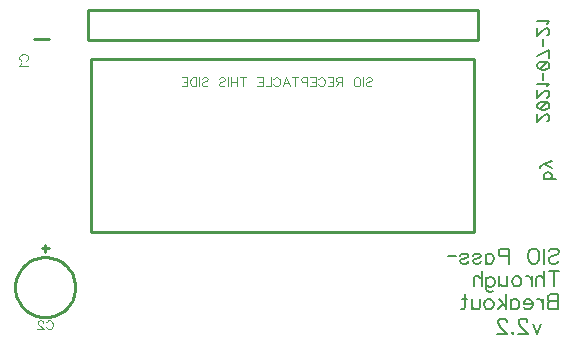
<source format=gbr>
G04 This is an RS-274x file exported by *
G04 gerbv version 2.6.1 *
G04 More information is available about gerbv at *
G04 http://gerbv.geda-project.org/ *
G04 --End of header info--*
%MOIN*%
%FSLAX34Y34*%
%IPPOS*%
G04 --Define apertures--*
%ADD10C,0.0098*%
%ADD11C,0.0046*%
%ADD12C,0.0062*%
%ADD13C,0.0077*%
G04 --Start main section--*
G54D10*
G01X0005818Y0014601D02*
G01X0005306Y0014601D01*
G01X0005805Y0007611D02*
G01X0005569Y0007611D01*
G01X0005687Y0007729D02*
G01X0005687Y0007493D01*
G01X0004687Y0006312D02*
G01X0004689Y0006381D01*
G01X0004689Y0006381D02*
G01X0004697Y0006451D01*
G01X0004697Y0006451D02*
G01X0004709Y0006520D01*
G01X0004709Y0006520D02*
G01X0004726Y0006587D01*
G01X0004726Y0006587D02*
G01X0004747Y0006654D01*
G01X0004747Y0006654D02*
G01X0004773Y0006718D01*
G01X0004773Y0006718D02*
G01X0004804Y0006781D01*
G01X0004804Y0006781D02*
G01X0004839Y0006841D01*
G01X0004839Y0006841D02*
G01X0004878Y0006899D01*
G01X0004878Y0006899D02*
G01X0004921Y0006954D01*
G01X0004921Y0006954D02*
G01X0004968Y0007006D01*
G01X0004968Y0007006D02*
G01X0005018Y0007055D01*
G01X0005018Y0007055D02*
G01X0005071Y0007099D01*
G01X0005071Y0007099D02*
G01X0005128Y0007140D01*
G01X0005128Y0007140D02*
G01X0005187Y0007177D01*
G01X0005187Y0007177D02*
G01X0005249Y0007210D01*
G01X0005249Y0007210D02*
G01X0005312Y0007239D01*
G01X0005312Y0007239D02*
G01X0005378Y0007262D01*
G01X0005378Y0007262D02*
G01X0005445Y0007282D01*
G01X0005445Y0007282D02*
G01X0005513Y0007296D01*
G01X0005513Y0007296D02*
G01X0005582Y0007306D01*
G01X0005582Y0007306D02*
G01X0005652Y0007311D01*
G01X0005652Y0007311D02*
G01X0005722Y0007311D01*
G01X0005722Y0007311D02*
G01X0005791Y0007306D01*
G01X0005791Y0007306D02*
G01X0005861Y0007296D01*
G01X0005861Y0007296D02*
G01X0005929Y0007282D01*
G01X0005929Y0007282D02*
G01X0005996Y0007262D01*
G01X0005996Y0007262D02*
G01X0006062Y0007239D01*
G01X0006062Y0007239D02*
G01X0006125Y0007210D01*
G01X0006125Y0007210D02*
G01X0006187Y0007177D01*
G01X0006187Y0007177D02*
G01X0006246Y0007140D01*
G01X0006246Y0007140D02*
G01X0006303Y0007099D01*
G01X0006303Y0007099D02*
G01X0006356Y0007055D01*
G01X0006356Y0007055D02*
G01X0006406Y0007006D01*
G01X0006406Y0007006D02*
G01X0006453Y0006954D01*
G01X0006453Y0006954D02*
G01X0006496Y0006899D01*
G01X0006496Y0006899D02*
G01X0006535Y0006841D01*
G01X0006535Y0006841D02*
G01X0006570Y0006781D01*
G01X0006570Y0006781D02*
G01X0006600Y0006718D01*
G01X0006600Y0006718D02*
G01X0006627Y0006654D01*
G01X0006627Y0006654D02*
G01X0006648Y0006587D01*
G01X0006648Y0006587D02*
G01X0006665Y0006520D01*
G01X0006665Y0006520D02*
G01X0006677Y0006451D01*
G01X0006677Y0006451D02*
G01X0006684Y0006381D01*
G01X0006684Y0006381D02*
G01X0006687Y0006312D01*
G01X0006687Y0006312D02*
G01X0006684Y0006242D01*
G01X0006684Y0006242D02*
G01X0006677Y0006173D01*
G01X0006677Y0006173D02*
G01X0006665Y0006104D01*
G01X0006665Y0006104D02*
G01X0006648Y0006036D01*
G01X0006648Y0006036D02*
G01X0006627Y0005970D01*
G01X0006627Y0005970D02*
G01X0006600Y0005905D01*
G01X0006600Y0005905D02*
G01X0006570Y0005842D01*
G01X0006570Y0005842D02*
G01X0006535Y0005782D01*
G01X0006535Y0005782D02*
G01X0006496Y0005724D01*
G01X0006496Y0005724D02*
G01X0006453Y0005669D01*
G01X0006453Y0005669D02*
G01X0006406Y0005617D01*
G01X0006406Y0005617D02*
G01X0006356Y0005569D01*
G01X0006356Y0005569D02*
G01X0006303Y0005524D01*
G01X0006303Y0005524D02*
G01X0006246Y0005483D01*
G01X0006246Y0005483D02*
G01X0006187Y0005446D01*
G01X0006187Y0005446D02*
G01X0006125Y0005413D01*
G01X0006125Y0005413D02*
G01X0006062Y0005385D01*
G01X0006062Y0005385D02*
G01X0005996Y0005361D01*
G01X0005996Y0005361D02*
G01X0005929Y0005342D01*
G01X0005929Y0005342D02*
G01X0005861Y0005327D01*
G01X0005861Y0005327D02*
G01X0005791Y0005318D01*
G01X0005791Y0005318D02*
G01X0005722Y0005313D01*
G01X0005722Y0005313D02*
G01X0005652Y0005313D01*
G01X0005652Y0005313D02*
G01X0005582Y0005318D01*
G01X0005582Y0005318D02*
G01X0005513Y0005327D01*
G01X0005513Y0005327D02*
G01X0005445Y0005342D01*
G01X0005445Y0005342D02*
G01X0005378Y0005361D01*
G01X0005378Y0005361D02*
G01X0005312Y0005385D01*
G01X0005312Y0005385D02*
G01X0005249Y0005413D01*
G01X0005249Y0005413D02*
G01X0005187Y0005446D01*
G01X0005187Y0005446D02*
G01X0005128Y0005483D01*
G01X0005128Y0005483D02*
G01X0005071Y0005524D01*
G01X0005071Y0005524D02*
G01X0005018Y0005569D01*
G01X0005018Y0005569D02*
G01X0004968Y0005617D01*
G01X0004968Y0005617D02*
G01X0004921Y0005669D01*
G01X0004921Y0005669D02*
G01X0004878Y0005724D01*
G01X0004878Y0005724D02*
G01X0004839Y0005782D01*
G01X0004839Y0005782D02*
G01X0004804Y0005842D01*
G01X0004804Y0005842D02*
G01X0004773Y0005905D01*
G01X0004773Y0005905D02*
G01X0004747Y0005970D01*
G01X0004747Y0005970D02*
G01X0004726Y0006036D01*
G01X0004726Y0006036D02*
G01X0004709Y0006104D01*
G01X0004709Y0006104D02*
G01X0004697Y0006173D01*
G01X0004697Y0006173D02*
G01X0004689Y0006242D01*
G01X0004689Y0006242D02*
G01X0004687Y0006312D01*
G01X0019982Y0013914D02*
G01X0007232Y0013914D01*
G01X0007232Y0013914D02*
G01X0007232Y0008164D01*
G01X0007232Y0008164D02*
G01X0019982Y0008164D01*
G01X0019982Y0008164D02*
G01X0019982Y0013914D01*
G01X0020125Y0015562D02*
G01X0007124Y0015562D01*
G01X0007124Y0015562D02*
G01X0007124Y0014562D01*
G01X0007124Y0014562D02*
G01X0020125Y0014562D01*
G01X0020125Y0014562D02*
G01X0020125Y0015562D01*
G54D11*
G01X0004899Y0013867D02*
G01X0004870Y0013881D01*
G01X0004870Y0013881D02*
G01X0004842Y0013910D01*
G01X0004842Y0013910D02*
G01X0004827Y0013938D01*
G01X0004827Y0013938D02*
G01X0004827Y0013996D01*
G01X0004827Y0013996D02*
G01X0004842Y0014024D01*
G01X0004842Y0014024D02*
G01X0004870Y0014053D01*
G01X0004870Y0014053D02*
G01X0004899Y0014067D01*
G01X0004899Y0014067D02*
G01X0004942Y0014082D01*
G01X0004942Y0014082D02*
G01X0005014Y0014082D01*
G01X0005014Y0014082D02*
G01X0005057Y0014067D01*
G01X0005057Y0014067D02*
G01X0005086Y0014053D01*
G01X0005086Y0014053D02*
G01X0005114Y0014024D01*
G01X0005114Y0014024D02*
G01X0005129Y0013996D01*
G01X0005129Y0013996D02*
G01X0005129Y0013938D01*
G01X0005129Y0013938D02*
G01X0005114Y0013910D01*
G01X0005114Y0013910D02*
G01X0005086Y0013881D01*
G01X0005086Y0013881D02*
G01X0005057Y0013867D01*
G01X0004885Y0013774D02*
G01X0004870Y0013745D01*
G01X0004870Y0013745D02*
G01X0004828Y0013702D01*
G01X0004828Y0013702D02*
G01X0005129Y0013702D01*
G01X0005726Y0005139D02*
G01X0005740Y0005167D01*
G01X0005740Y0005167D02*
G01X0005769Y0005196D01*
G01X0005769Y0005196D02*
G01X0005798Y0005210D01*
G01X0005798Y0005210D02*
G01X0005855Y0005210D01*
G01X0005855Y0005210D02*
G01X0005884Y0005196D01*
G01X0005884Y0005196D02*
G01X0005912Y0005167D01*
G01X0005912Y0005167D02*
G01X0005927Y0005139D01*
G01X0005927Y0005139D02*
G01X0005941Y0005096D01*
G01X0005941Y0005096D02*
G01X0005941Y0005024D01*
G01X0005941Y0005024D02*
G01X0005927Y0004981D01*
G01X0005927Y0004981D02*
G01X0005912Y0004952D01*
G01X0005912Y0004952D02*
G01X0005884Y0004923D01*
G01X0005884Y0004923D02*
G01X0005855Y0004909D01*
G01X0005855Y0004909D02*
G01X0005798Y0004909D01*
G01X0005798Y0004909D02*
G01X0005769Y0004923D01*
G01X0005769Y0004923D02*
G01X0005740Y0004952D01*
G01X0005740Y0004952D02*
G01X0005726Y0004981D01*
G01X0005619Y0005138D02*
G01X0005619Y0005153D01*
G01X0005619Y0005153D02*
G01X0005605Y0005181D01*
G01X0005605Y0005181D02*
G01X0005590Y0005196D01*
G01X0005590Y0005196D02*
G01X0005561Y0005210D01*
G01X0005561Y0005210D02*
G01X0005504Y0005210D01*
G01X0005504Y0005210D02*
G01X0005476Y0005196D01*
G01X0005476Y0005196D02*
G01X0005461Y0005181D01*
G01X0005461Y0005181D02*
G01X0005447Y0005153D01*
G01X0005447Y0005153D02*
G01X0005447Y0005124D01*
G01X0005447Y0005124D02*
G01X0005461Y0005095D01*
G01X0005461Y0005095D02*
G01X0005490Y0005052D01*
G01X0005490Y0005052D02*
G01X0005633Y0004909D01*
G01X0005633Y0004909D02*
G01X0005432Y0004909D01*
G54D12*
G01X0022402Y0011851D02*
G01X0022421Y0011851D01*
G01X0022421Y0011851D02*
G01X0022459Y0011870D01*
G01X0022459Y0011870D02*
G01X0022478Y0011889D01*
G01X0022478Y0011889D02*
G01X0022497Y0011928D01*
G01X0022497Y0011928D02*
G01X0022497Y0012004D01*
G01X0022497Y0012004D02*
G01X0022478Y0012042D01*
G01X0022478Y0012042D02*
G01X0022459Y0012061D01*
G01X0022459Y0012061D02*
G01X0022421Y0012081D01*
G01X0022421Y0012081D02*
G01X0022383Y0012081D01*
G01X0022383Y0012081D02*
G01X0022344Y0012061D01*
G01X0022344Y0012061D02*
G01X0022287Y0012023D01*
G01X0022287Y0012023D02*
G01X0022096Y0011832D01*
G01X0022096Y0011832D02*
G01X0022096Y0012100D01*
G01X0022497Y0012338D02*
G01X0022478Y0012281D01*
G01X0022478Y0012281D02*
G01X0022421Y0012242D01*
G01X0022421Y0012242D02*
G01X0022325Y0012223D01*
G01X0022325Y0012223D02*
G01X0022268Y0012223D01*
G01X0022268Y0012223D02*
G01X0022172Y0012242D01*
G01X0022172Y0012242D02*
G01X0022115Y0012281D01*
G01X0022115Y0012281D02*
G01X0022096Y0012338D01*
G01X0022096Y0012338D02*
G01X0022096Y0012376D01*
G01X0022096Y0012376D02*
G01X0022115Y0012434D01*
G01X0022115Y0012434D02*
G01X0022172Y0012472D01*
G01X0022172Y0012472D02*
G01X0022268Y0012491D01*
G01X0022268Y0012491D02*
G01X0022325Y0012491D01*
G01X0022325Y0012491D02*
G01X0022421Y0012472D01*
G01X0022421Y0012472D02*
G01X0022478Y0012434D01*
G01X0022478Y0012434D02*
G01X0022497Y0012376D01*
G01X0022497Y0012376D02*
G01X0022497Y0012338D01*
G01X0022421Y0012472D02*
G01X0022172Y0012242D01*
G01X0022402Y0012634D02*
G01X0022421Y0012634D01*
G01X0022421Y0012634D02*
G01X0022459Y0012653D01*
G01X0022459Y0012653D02*
G01X0022478Y0012672D01*
G01X0022478Y0012672D02*
G01X0022497Y0012710D01*
G01X0022497Y0012710D02*
G01X0022497Y0012787D01*
G01X0022497Y0012787D02*
G01X0022478Y0012825D01*
G01X0022478Y0012825D02*
G01X0022459Y0012844D01*
G01X0022459Y0012844D02*
G01X0022421Y0012863D01*
G01X0022421Y0012863D02*
G01X0022383Y0012863D01*
G01X0022383Y0012863D02*
G01X0022344Y0012844D01*
G01X0022344Y0012844D02*
G01X0022287Y0012806D01*
G01X0022287Y0012806D02*
G01X0022096Y0012615D01*
G01X0022096Y0012615D02*
G01X0022096Y0012882D01*
G01X0022421Y0013006D02*
G01X0022440Y0013044D01*
G01X0022440Y0013044D02*
G01X0022497Y0013102D01*
G01X0022497Y0013102D02*
G01X0022096Y0013102D01*
G01X0022297Y0013225D02*
G01X0022297Y0013447D01*
G01X0022497Y0013685D02*
G01X0022478Y0013628D01*
G01X0022478Y0013628D02*
G01X0022421Y0013589D01*
G01X0022421Y0013589D02*
G01X0022325Y0013570D01*
G01X0022325Y0013570D02*
G01X0022268Y0013570D01*
G01X0022268Y0013570D02*
G01X0022172Y0013589D01*
G01X0022172Y0013589D02*
G01X0022115Y0013628D01*
G01X0022115Y0013628D02*
G01X0022096Y0013685D01*
G01X0022096Y0013685D02*
G01X0022096Y0013723D01*
G01X0022096Y0013723D02*
G01X0022115Y0013780D01*
G01X0022115Y0013780D02*
G01X0022172Y0013819D01*
G01X0022172Y0013819D02*
G01X0022268Y0013838D01*
G01X0022268Y0013838D02*
G01X0022325Y0013838D01*
G01X0022325Y0013838D02*
G01X0022421Y0013819D01*
G01X0022421Y0013819D02*
G01X0022478Y0013780D01*
G01X0022478Y0013780D02*
G01X0022497Y0013723D01*
G01X0022497Y0013723D02*
G01X0022497Y0013685D01*
G01X0022421Y0013819D02*
G01X0022172Y0013589D01*
G01X0022096Y0014038D02*
G01X0022497Y0014229D01*
G01X0022497Y0014229D02*
G01X0022497Y0013961D01*
G01X0022297Y0014353D02*
G01X0022297Y0014574D01*
G01X0022402Y0014717D02*
G01X0022421Y0014717D01*
G01X0022421Y0014717D02*
G01X0022459Y0014736D01*
G01X0022459Y0014736D02*
G01X0022478Y0014755D01*
G01X0022478Y0014755D02*
G01X0022497Y0014793D01*
G01X0022497Y0014793D02*
G01X0022497Y0014870D01*
G01X0022497Y0014870D02*
G01X0022478Y0014908D01*
G01X0022478Y0014908D02*
G01X0022459Y0014927D01*
G01X0022459Y0014927D02*
G01X0022421Y0014946D01*
G01X0022421Y0014946D02*
G01X0022383Y0014946D01*
G01X0022383Y0014946D02*
G01X0022344Y0014927D01*
G01X0022344Y0014927D02*
G01X0022287Y0014889D01*
G01X0022287Y0014889D02*
G01X0022096Y0014698D01*
G01X0022096Y0014698D02*
G01X0022096Y0014965D01*
G01X0022421Y0015089D02*
G01X0022440Y0015127D01*
G01X0022440Y0015127D02*
G01X0022497Y0015185D01*
G01X0022497Y0015185D02*
G01X0022096Y0015185D01*
G01X0022712Y0009924D02*
G01X0022310Y0009924D01*
G01X0022520Y0009924D02*
G01X0022559Y0009962D01*
G01X0022559Y0009962D02*
G01X0022578Y0010000D01*
G01X0022578Y0010000D02*
G01X0022578Y0010058D01*
G01X0022578Y0010058D02*
G01X0022559Y0010096D01*
G01X0022559Y0010096D02*
G01X0022520Y0010134D01*
G01X0022520Y0010134D02*
G01X0022463Y0010153D01*
G01X0022463Y0010153D02*
G01X0022425Y0010153D01*
G01X0022425Y0010153D02*
G01X0022367Y0010134D01*
G01X0022367Y0010134D02*
G01X0022329Y0010096D01*
G01X0022329Y0010096D02*
G01X0022310Y0010058D01*
G01X0022310Y0010058D02*
G01X0022310Y0010000D01*
G01X0022310Y0010000D02*
G01X0022329Y0009962D01*
G01X0022329Y0009962D02*
G01X0022367Y0009924D01*
G01X0022578Y0010296D02*
G01X0022310Y0010411D01*
G01X0022310Y0010411D02*
G01X0022233Y0010373D01*
G01X0022233Y0010373D02*
G01X0022195Y0010334D01*
G01X0022195Y0010334D02*
G01X0022176Y0010296D01*
G01X0022176Y0010296D02*
G01X0022176Y0010277D01*
G01X0022578Y0010526D02*
G01X0022310Y0010411D01*
G54D13*
G01X0022474Y0007531D02*
G01X0022521Y0007579D01*
G01X0022521Y0007579D02*
G01X0022593Y0007603D01*
G01X0022593Y0007603D02*
G01X0022689Y0007603D01*
G01X0022689Y0007603D02*
G01X0022761Y0007579D01*
G01X0022761Y0007579D02*
G01X0022809Y0007531D01*
G01X0022809Y0007531D02*
G01X0022809Y0007484D01*
G01X0022809Y0007484D02*
G01X0022784Y0007436D01*
G01X0022784Y0007436D02*
G01X0022761Y0007412D01*
G01X0022761Y0007412D02*
G01X0022713Y0007388D01*
G01X0022713Y0007388D02*
G01X0022569Y0007340D01*
G01X0022569Y0007340D02*
G01X0022521Y0007316D01*
G01X0022521Y0007316D02*
G01X0022498Y0007292D01*
G01X0022498Y0007292D02*
G01X0022474Y0007244D01*
G01X0022474Y0007244D02*
G01X0022474Y0007173D01*
G01X0022474Y0007173D02*
G01X0022521Y0007125D01*
G01X0022521Y0007125D02*
G01X0022593Y0007101D01*
G01X0022593Y0007101D02*
G01X0022689Y0007101D01*
G01X0022689Y0007101D02*
G01X0022761Y0007125D01*
G01X0022761Y0007125D02*
G01X0022809Y0007173D01*
G01X0022319Y0007603D02*
G01X0022319Y0007101D01*
G01X0022021Y0007603D02*
G01X0022069Y0007579D01*
G01X0022069Y0007579D02*
G01X0022117Y0007531D01*
G01X0022117Y0007531D02*
G01X0022141Y0007484D01*
G01X0022141Y0007484D02*
G01X0022165Y0007412D01*
G01X0022165Y0007412D02*
G01X0022165Y0007292D01*
G01X0022165Y0007292D02*
G01X0022141Y0007221D01*
G01X0022141Y0007221D02*
G01X0022117Y0007173D01*
G01X0022117Y0007173D02*
G01X0022069Y0007125D01*
G01X0022069Y0007125D02*
G01X0022021Y0007101D01*
G01X0022021Y0007101D02*
G01X0021926Y0007101D01*
G01X0021926Y0007101D02*
G01X0021878Y0007125D01*
G01X0021878Y0007125D02*
G01X0021830Y0007173D01*
G01X0021830Y0007173D02*
G01X0021806Y0007221D01*
G01X0021806Y0007221D02*
G01X0021783Y0007292D01*
G01X0021783Y0007292D02*
G01X0021783Y0007412D01*
G01X0021783Y0007412D02*
G01X0021806Y0007484D01*
G01X0021806Y0007484D02*
G01X0021830Y0007531D01*
G01X0021830Y0007531D02*
G01X0021878Y0007579D01*
G01X0021878Y0007579D02*
G01X0021926Y0007603D01*
G01X0021926Y0007603D02*
G01X0022021Y0007603D01*
G01X0021142Y0007340D02*
G01X0020927Y0007340D01*
G01X0020927Y0007340D02*
G01X0020855Y0007364D01*
G01X0020855Y0007364D02*
G01X0020831Y0007388D01*
G01X0020831Y0007388D02*
G01X0020807Y0007436D01*
G01X0020807Y0007436D02*
G01X0020807Y0007508D01*
G01X0020807Y0007508D02*
G01X0020831Y0007555D01*
G01X0020831Y0007555D02*
G01X0020855Y0007579D01*
G01X0020855Y0007579D02*
G01X0020927Y0007603D01*
G01X0020927Y0007603D02*
G01X0021142Y0007603D01*
G01X0021142Y0007603D02*
G01X0021142Y0007101D01*
G01X0020366Y0007436D02*
G01X0020366Y0007101D01*
G01X0020366Y0007364D02*
G01X0020414Y0007412D01*
G01X0020414Y0007412D02*
G01X0020462Y0007436D01*
G01X0020462Y0007436D02*
G01X0020533Y0007436D01*
G01X0020533Y0007436D02*
G01X0020581Y0007412D01*
G01X0020581Y0007412D02*
G01X0020629Y0007364D01*
G01X0020629Y0007364D02*
G01X0020653Y0007292D01*
G01X0020653Y0007292D02*
G01X0020653Y0007244D01*
G01X0020653Y0007244D02*
G01X0020629Y0007173D01*
G01X0020629Y0007173D02*
G01X0020581Y0007125D01*
G01X0020581Y0007125D02*
G01X0020533Y0007101D01*
G01X0020533Y0007101D02*
G01X0020462Y0007101D01*
G01X0020462Y0007101D02*
G01X0020414Y0007125D01*
G01X0020414Y0007125D02*
G01X0020366Y0007173D01*
G01X0019949Y0007364D02*
G01X0019972Y0007412D01*
G01X0019972Y0007412D02*
G01X0020044Y0007436D01*
G01X0020044Y0007436D02*
G01X0020116Y0007436D01*
G01X0020116Y0007436D02*
G01X0020188Y0007412D01*
G01X0020188Y0007412D02*
G01X0020212Y0007364D01*
G01X0020212Y0007364D02*
G01X0020188Y0007316D01*
G01X0020188Y0007316D02*
G01X0020140Y0007292D01*
G01X0020140Y0007292D02*
G01X0020020Y0007268D01*
G01X0020020Y0007268D02*
G01X0019972Y0007244D01*
G01X0019972Y0007244D02*
G01X0019949Y0007196D01*
G01X0019949Y0007196D02*
G01X0019949Y0007173D01*
G01X0019949Y0007173D02*
G01X0019972Y0007125D01*
G01X0019972Y0007125D02*
G01X0020044Y0007101D01*
G01X0020044Y0007101D02*
G01X0020116Y0007101D01*
G01X0020116Y0007101D02*
G01X0020188Y0007125D01*
G01X0020188Y0007125D02*
G01X0020212Y0007173D01*
G01X0019531Y0007364D02*
G01X0019555Y0007412D01*
G01X0019555Y0007412D02*
G01X0019627Y0007436D01*
G01X0019627Y0007436D02*
G01X0019699Y0007436D01*
G01X0019699Y0007436D02*
G01X0019770Y0007412D01*
G01X0019770Y0007412D02*
G01X0019794Y0007364D01*
G01X0019794Y0007364D02*
G01X0019770Y0007316D01*
G01X0019770Y0007316D02*
G01X0019722Y0007292D01*
G01X0019722Y0007292D02*
G01X0019603Y0007268D01*
G01X0019603Y0007268D02*
G01X0019555Y0007244D01*
G01X0019555Y0007244D02*
G01X0019531Y0007196D01*
G01X0019531Y0007196D02*
G01X0019531Y0007173D01*
G01X0019531Y0007173D02*
G01X0019555Y0007125D01*
G01X0019555Y0007125D02*
G01X0019627Y0007101D01*
G01X0019627Y0007101D02*
G01X0019699Y0007101D01*
G01X0019699Y0007101D02*
G01X0019770Y0007125D01*
G01X0019770Y0007125D02*
G01X0019794Y0007173D01*
G01X0019377Y0007352D02*
G01X0019100Y0007352D01*
G01X0022646Y0006844D02*
G01X0022646Y0006342D01*
G01X0022813Y0006844D02*
G01X0022478Y0006844D01*
G01X0022324Y0006844D02*
G01X0022324Y0006342D01*
G01X0022324Y0006581D02*
G01X0022252Y0006653D01*
G01X0022252Y0006653D02*
G01X0022204Y0006676D01*
G01X0022204Y0006676D02*
G01X0022132Y0006676D01*
G01X0022132Y0006676D02*
G01X0022084Y0006653D01*
G01X0022084Y0006653D02*
G01X0022061Y0006581D01*
G01X0022061Y0006581D02*
G01X0022061Y0006342D01*
G01X0021906Y0006676D02*
G01X0021906Y0006342D01*
G01X0021906Y0006533D02*
G01X0021882Y0006605D01*
G01X0021882Y0006605D02*
G01X0021834Y0006653D01*
G01X0021834Y0006653D02*
G01X0021786Y0006676D01*
G01X0021786Y0006676D02*
G01X0021714Y0006676D01*
G01X0021441Y0006676D02*
G01X0021488Y0006653D01*
G01X0021488Y0006653D02*
G01X0021536Y0006605D01*
G01X0021536Y0006605D02*
G01X0021560Y0006533D01*
G01X0021560Y0006533D02*
G01X0021560Y0006485D01*
G01X0021560Y0006485D02*
G01X0021536Y0006413D01*
G01X0021536Y0006413D02*
G01X0021488Y0006366D01*
G01X0021488Y0006366D02*
G01X0021441Y0006342D01*
G01X0021441Y0006342D02*
G01X0021369Y0006342D01*
G01X0021369Y0006342D02*
G01X0021321Y0006366D01*
G01X0021321Y0006366D02*
G01X0021273Y0006413D01*
G01X0021273Y0006413D02*
G01X0021249Y0006485D01*
G01X0021249Y0006485D02*
G01X0021249Y0006533D01*
G01X0021249Y0006533D02*
G01X0021273Y0006605D01*
G01X0021273Y0006605D02*
G01X0021321Y0006653D01*
G01X0021321Y0006653D02*
G01X0021369Y0006676D01*
G01X0021369Y0006676D02*
G01X0021441Y0006676D01*
G01X0021095Y0006676D02*
G01X0021095Y0006437D01*
G01X0021095Y0006437D02*
G01X0021071Y0006366D01*
G01X0021071Y0006366D02*
G01X0021023Y0006342D01*
G01X0021023Y0006342D02*
G01X0020951Y0006342D01*
G01X0020951Y0006342D02*
G01X0020903Y0006366D01*
G01X0020903Y0006366D02*
G01X0020831Y0006437D01*
G01X0020831Y0006676D02*
G01X0020831Y0006342D01*
G01X0020390Y0006653D02*
G01X0020390Y0006270D01*
G01X0020390Y0006270D02*
G01X0020414Y0006198D01*
G01X0020414Y0006198D02*
G01X0020438Y0006174D01*
G01X0020438Y0006174D02*
G01X0020486Y0006150D01*
G01X0020486Y0006150D02*
G01X0020558Y0006150D01*
G01X0020558Y0006150D02*
G01X0020605Y0006174D01*
G01X0020390Y0006581D02*
G01X0020438Y0006628D01*
G01X0020438Y0006628D02*
G01X0020486Y0006653D01*
G01X0020486Y0006653D02*
G01X0020558Y0006653D01*
G01X0020558Y0006653D02*
G01X0020605Y0006628D01*
G01X0020605Y0006628D02*
G01X0020653Y0006581D01*
G01X0020653Y0006581D02*
G01X0020677Y0006509D01*
G01X0020677Y0006509D02*
G01X0020677Y0006461D01*
G01X0020677Y0006461D02*
G01X0020653Y0006390D01*
G01X0020653Y0006390D02*
G01X0020605Y0006342D01*
G01X0020605Y0006342D02*
G01X0020558Y0006318D01*
G01X0020558Y0006318D02*
G01X0020486Y0006318D01*
G01X0020486Y0006318D02*
G01X0020438Y0006342D01*
G01X0020438Y0006342D02*
G01X0020390Y0006390D01*
G01X0020236Y0006844D02*
G01X0020236Y0006342D01*
G01X0020236Y0006581D02*
G01X0020164Y0006653D01*
G01X0020164Y0006653D02*
G01X0020116Y0006676D01*
G01X0020116Y0006676D02*
G01X0020044Y0006676D01*
G01X0020044Y0006676D02*
G01X0019996Y0006653D01*
G01X0019996Y0006653D02*
G01X0019973Y0006581D01*
G01X0019973Y0006581D02*
G01X0019973Y0006342D01*
G01X0022769Y0006078D02*
G01X0022769Y0005575D01*
G01X0022769Y0005575D02*
G01X0022553Y0005575D01*
G01X0022553Y0005575D02*
G01X0022481Y0005600D01*
G01X0022481Y0005600D02*
G01X0022457Y0005624D01*
G01X0022457Y0005624D02*
G01X0022434Y0005671D01*
G01X0022434Y0005671D02*
G01X0022434Y0005743D01*
G01X0022434Y0005743D02*
G01X0022457Y0005791D01*
G01X0022457Y0005791D02*
G01X0022481Y0005815D01*
G01X0022481Y0005815D02*
G01X0022553Y0005839D01*
G01X0022553Y0005839D02*
G01X0022481Y0005863D01*
G01X0022481Y0005863D02*
G01X0022457Y0005887D01*
G01X0022457Y0005887D02*
G01X0022434Y0005934D01*
G01X0022434Y0005934D02*
G01X0022434Y0005982D01*
G01X0022434Y0005982D02*
G01X0022457Y0006030D01*
G01X0022457Y0006030D02*
G01X0022481Y0006054D01*
G01X0022481Y0006054D02*
G01X0022553Y0006078D01*
G01X0022553Y0006078D02*
G01X0022769Y0006078D01*
G01X0022769Y0005839D02*
G01X0022553Y0005839D01*
G01X0022279Y0005910D02*
G01X0022279Y0005575D01*
G01X0022279Y0005767D02*
G01X0022255Y0005839D01*
G01X0022255Y0005839D02*
G01X0022207Y0005887D01*
G01X0022207Y0005887D02*
G01X0022159Y0005910D01*
G01X0022159Y0005910D02*
G01X0022088Y0005910D01*
G01X0021933Y0005767D02*
G01X0021646Y0005767D01*
G01X0021646Y0005767D02*
G01X0021646Y0005815D01*
G01X0021646Y0005815D02*
G01X0021670Y0005863D01*
G01X0021670Y0005863D02*
G01X0021694Y0005887D01*
G01X0021694Y0005887D02*
G01X0021742Y0005910D01*
G01X0021742Y0005910D02*
G01X0021814Y0005910D01*
G01X0021814Y0005910D02*
G01X0021861Y0005887D01*
G01X0021861Y0005887D02*
G01X0021909Y0005839D01*
G01X0021909Y0005839D02*
G01X0021933Y0005767D01*
G01X0021933Y0005767D02*
G01X0021933Y0005719D01*
G01X0021933Y0005719D02*
G01X0021909Y0005647D01*
G01X0021909Y0005647D02*
G01X0021861Y0005600D01*
G01X0021861Y0005600D02*
G01X0021814Y0005575D01*
G01X0021814Y0005575D02*
G01X0021742Y0005575D01*
G01X0021742Y0005575D02*
G01X0021694Y0005600D01*
G01X0021694Y0005600D02*
G01X0021646Y0005647D01*
G01X0021205Y0005910D02*
G01X0021205Y0005575D01*
G01X0021205Y0005839D02*
G01X0021253Y0005887D01*
G01X0021253Y0005887D02*
G01X0021301Y0005910D01*
G01X0021301Y0005910D02*
G01X0021372Y0005910D01*
G01X0021372Y0005910D02*
G01X0021420Y0005887D01*
G01X0021420Y0005887D02*
G01X0021468Y0005839D01*
G01X0021468Y0005839D02*
G01X0021492Y0005767D01*
G01X0021492Y0005767D02*
G01X0021492Y0005719D01*
G01X0021492Y0005719D02*
G01X0021468Y0005647D01*
G01X0021468Y0005647D02*
G01X0021420Y0005600D01*
G01X0021420Y0005600D02*
G01X0021372Y0005575D01*
G01X0021372Y0005575D02*
G01X0021301Y0005575D01*
G01X0021301Y0005575D02*
G01X0021253Y0005600D01*
G01X0021253Y0005600D02*
G01X0021205Y0005647D01*
G01X0021051Y0006078D02*
G01X0021051Y0005575D01*
G01X0020811Y0005910D02*
G01X0021051Y0005671D01*
G01X0020955Y0005767D02*
G01X0020788Y0005575D01*
G01X0020514Y0005910D02*
G01X0020561Y0005887D01*
G01X0020561Y0005887D02*
G01X0020609Y0005839D01*
G01X0020609Y0005839D02*
G01X0020633Y0005767D01*
G01X0020633Y0005767D02*
G01X0020633Y0005719D01*
G01X0020633Y0005719D02*
G01X0020609Y0005647D01*
G01X0020609Y0005647D02*
G01X0020561Y0005600D01*
G01X0020561Y0005600D02*
G01X0020514Y0005575D01*
G01X0020514Y0005575D02*
G01X0020442Y0005575D01*
G01X0020442Y0005575D02*
G01X0020394Y0005600D01*
G01X0020394Y0005600D02*
G01X0020346Y0005647D01*
G01X0020346Y0005647D02*
G01X0020322Y0005719D01*
G01X0020322Y0005719D02*
G01X0020322Y0005767D01*
G01X0020322Y0005767D02*
G01X0020346Y0005839D01*
G01X0020346Y0005839D02*
G01X0020394Y0005887D01*
G01X0020394Y0005887D02*
G01X0020442Y0005910D01*
G01X0020442Y0005910D02*
G01X0020514Y0005910D01*
G01X0020168Y0005910D02*
G01X0020168Y0005671D01*
G01X0020168Y0005671D02*
G01X0020144Y0005600D01*
G01X0020144Y0005600D02*
G01X0020096Y0005575D01*
G01X0020096Y0005575D02*
G01X0020024Y0005575D01*
G01X0020024Y0005575D02*
G01X0019976Y0005600D01*
G01X0019976Y0005600D02*
G01X0019905Y0005671D01*
G01X0019905Y0005910D02*
G01X0019905Y0005575D01*
G01X0019678Y0006078D02*
G01X0019678Y0005671D01*
G01X0019678Y0005671D02*
G01X0019655Y0005600D01*
G01X0019655Y0005600D02*
G01X0019606Y0005575D01*
G01X0019606Y0005575D02*
G01X0019559Y0005575D01*
G01X0019750Y0005910D02*
G01X0019583Y0005910D01*
G01X0022224Y0005101D02*
G01X0022080Y0004766D01*
G01X0022080Y0004766D02*
G01X0021937Y0005101D01*
G01X0021758Y0005148D02*
G01X0021758Y0005172D01*
G01X0021758Y0005172D02*
G01X0021735Y0005220D01*
G01X0021735Y0005220D02*
G01X0021711Y0005244D01*
G01X0021711Y0005244D02*
G01X0021663Y0005268D01*
G01X0021663Y0005268D02*
G01X0021567Y0005268D01*
G01X0021567Y0005268D02*
G01X0021520Y0005244D01*
G01X0021520Y0005244D02*
G01X0021496Y0005220D01*
G01X0021496Y0005220D02*
G01X0021472Y0005172D01*
G01X0021472Y0005172D02*
G01X0021472Y0005125D01*
G01X0021472Y0005125D02*
G01X0021496Y0005076D01*
G01X0021496Y0005076D02*
G01X0021543Y0005005D01*
G01X0021543Y0005005D02*
G01X0021783Y0004766D01*
G01X0021783Y0004766D02*
G01X0021448Y0004766D01*
G01X0021270Y0004814D02*
G01X0021293Y0004790D01*
G01X0021293Y0004790D02*
G01X0021270Y0004766D01*
G01X0021270Y0004766D02*
G01X0021245Y0004790D01*
G01X0021245Y0004790D02*
G01X0021270Y0004814D01*
G01X0021067Y0005148D02*
G01X0021067Y0005172D01*
G01X0021067Y0005172D02*
G01X0021043Y0005220D01*
G01X0021043Y0005220D02*
G01X0021019Y0005244D01*
G01X0021019Y0005244D02*
G01X0020971Y0005268D01*
G01X0020971Y0005268D02*
G01X0020875Y0005268D01*
G01X0020875Y0005268D02*
G01X0020828Y0005244D01*
G01X0020828Y0005244D02*
G01X0020804Y0005220D01*
G01X0020804Y0005220D02*
G01X0020780Y0005172D01*
G01X0020780Y0005172D02*
G01X0020780Y0005125D01*
G01X0020780Y0005125D02*
G01X0020804Y0005076D01*
G01X0020804Y0005076D02*
G01X0020852Y0005005D01*
G01X0020852Y0005005D02*
G01X0021091Y0004766D01*
G01X0021091Y0004766D02*
G01X0020756Y0004766D01*
G54D11*
G01X0016382Y0013269D02*
G01X0016411Y0013298D01*
G01X0016411Y0013298D02*
G01X0016454Y0013312D01*
G01X0016454Y0013312D02*
G01X0016511Y0013312D01*
G01X0016511Y0013312D02*
G01X0016554Y0013298D01*
G01X0016554Y0013298D02*
G01X0016583Y0013269D01*
G01X0016583Y0013269D02*
G01X0016583Y0013241D01*
G01X0016583Y0013241D02*
G01X0016568Y0013212D01*
G01X0016568Y0013212D02*
G01X0016554Y0013198D01*
G01X0016554Y0013198D02*
G01X0016526Y0013183D01*
G01X0016526Y0013183D02*
G01X0016439Y0013155D01*
G01X0016439Y0013155D02*
G01X0016411Y0013140D01*
G01X0016411Y0013140D02*
G01X0016396Y0013126D01*
G01X0016396Y0013126D02*
G01X0016382Y0013097D01*
G01X0016382Y0013097D02*
G01X0016382Y0013054D01*
G01X0016382Y0013054D02*
G01X0016411Y0013026D01*
G01X0016411Y0013026D02*
G01X0016454Y0013011D01*
G01X0016454Y0013011D02*
G01X0016511Y0013011D01*
G01X0016511Y0013011D02*
G01X0016554Y0013026D01*
G01X0016554Y0013026D02*
G01X0016583Y0013054D01*
G01X0016289Y0013312D02*
G01X0016289Y0013011D01*
G01X0016111Y0013312D02*
G01X0016139Y0013298D01*
G01X0016139Y0013298D02*
G01X0016168Y0013269D01*
G01X0016168Y0013269D02*
G01X0016183Y0013241D01*
G01X0016183Y0013241D02*
G01X0016197Y0013198D01*
G01X0016197Y0013198D02*
G01X0016197Y0013126D01*
G01X0016197Y0013126D02*
G01X0016183Y0013083D01*
G01X0016183Y0013083D02*
G01X0016168Y0013054D01*
G01X0016168Y0013054D02*
G01X0016139Y0013026D01*
G01X0016139Y0013026D02*
G01X0016111Y0013011D01*
G01X0016111Y0013011D02*
G01X0016053Y0013011D01*
G01X0016053Y0013011D02*
G01X0016025Y0013026D01*
G01X0016025Y0013026D02*
G01X0015996Y0013054D01*
G01X0015996Y0013054D02*
G01X0015982Y0013083D01*
G01X0015982Y0013083D02*
G01X0015967Y0013126D01*
G01X0015967Y0013126D02*
G01X0015967Y0013198D01*
G01X0015967Y0013198D02*
G01X0015982Y0013241D01*
G01X0015982Y0013241D02*
G01X0015996Y0013269D01*
G01X0015996Y0013269D02*
G01X0016025Y0013298D01*
G01X0016025Y0013298D02*
G01X0016053Y0013312D01*
G01X0016053Y0013312D02*
G01X0016111Y0013312D01*
G01X0015583Y0013169D02*
G01X0015454Y0013169D01*
G01X0015454Y0013169D02*
G01X0015411Y0013183D01*
G01X0015411Y0013183D02*
G01X0015396Y0013198D01*
G01X0015396Y0013198D02*
G01X0015382Y0013226D01*
G01X0015382Y0013226D02*
G01X0015382Y0013255D01*
G01X0015382Y0013255D02*
G01X0015396Y0013284D01*
G01X0015396Y0013284D02*
G01X0015411Y0013298D01*
G01X0015411Y0013298D02*
G01X0015454Y0013312D01*
G01X0015454Y0013312D02*
G01X0015583Y0013312D01*
G01X0015583Y0013312D02*
G01X0015583Y0013011D01*
G01X0015483Y0013169D02*
G01X0015382Y0013011D01*
G01X0015103Y0013312D02*
G01X0015290Y0013312D01*
G01X0015290Y0013312D02*
G01X0015290Y0013011D01*
G01X0015290Y0013011D02*
G01X0015103Y0013011D01*
G01X0015290Y0013169D02*
G01X0015175Y0013169D01*
G01X0014795Y0013241D02*
G01X0014810Y0013269D01*
G01X0014810Y0013269D02*
G01X0014838Y0013298D01*
G01X0014838Y0013298D02*
G01X0014867Y0013312D01*
G01X0014867Y0013312D02*
G01X0014924Y0013312D01*
G01X0014924Y0013312D02*
G01X0014953Y0013298D01*
G01X0014953Y0013298D02*
G01X0014982Y0013269D01*
G01X0014982Y0013269D02*
G01X0014996Y0013241D01*
G01X0014996Y0013241D02*
G01X0015011Y0013198D01*
G01X0015011Y0013198D02*
G01X0015011Y0013126D01*
G01X0015011Y0013126D02*
G01X0014996Y0013083D01*
G01X0014996Y0013083D02*
G01X0014982Y0013054D01*
G01X0014982Y0013054D02*
G01X0014953Y0013026D01*
G01X0014953Y0013026D02*
G01X0014924Y0013011D01*
G01X0014924Y0013011D02*
G01X0014867Y0013011D01*
G01X0014867Y0013011D02*
G01X0014838Y0013026D01*
G01X0014838Y0013026D02*
G01X0014810Y0013054D01*
G01X0014810Y0013054D02*
G01X0014795Y0013083D01*
G01X0014516Y0013312D02*
G01X0014703Y0013312D01*
G01X0014703Y0013312D02*
G01X0014703Y0013011D01*
G01X0014703Y0013011D02*
G01X0014516Y0013011D01*
G01X0014703Y0013169D02*
G01X0014588Y0013169D01*
G01X0014424Y0013155D02*
G01X0014294Y0013155D01*
G01X0014294Y0013155D02*
G01X0014252Y0013169D01*
G01X0014252Y0013169D02*
G01X0014237Y0013183D01*
G01X0014237Y0013183D02*
G01X0014223Y0013212D01*
G01X0014223Y0013212D02*
G01X0014223Y0013255D01*
G01X0014223Y0013255D02*
G01X0014237Y0013284D01*
G01X0014237Y0013284D02*
G01X0014252Y0013298D01*
G01X0014252Y0013298D02*
G01X0014294Y0013312D01*
G01X0014294Y0013312D02*
G01X0014424Y0013312D01*
G01X0014424Y0013312D02*
G01X0014424Y0013011D01*
G01X0014030Y0013312D02*
G01X0014030Y0013011D01*
G01X0014130Y0013312D02*
G01X0013929Y0013312D01*
G01X0013607Y0013011D02*
G01X0013722Y0013312D01*
G01X0013722Y0013312D02*
G01X0013836Y0013011D01*
G01X0013793Y0013111D02*
G01X0013650Y0013111D01*
G01X0013299Y0013241D02*
G01X0013313Y0013269D01*
G01X0013313Y0013269D02*
G01X0013342Y0013298D01*
G01X0013342Y0013298D02*
G01X0013370Y0013312D01*
G01X0013370Y0013312D02*
G01X0013428Y0013312D01*
G01X0013428Y0013312D02*
G01X0013457Y0013298D01*
G01X0013457Y0013298D02*
G01X0013485Y0013269D01*
G01X0013485Y0013269D02*
G01X0013500Y0013241D01*
G01X0013500Y0013241D02*
G01X0013514Y0013198D01*
G01X0013514Y0013198D02*
G01X0013514Y0013126D01*
G01X0013514Y0013126D02*
G01X0013500Y0013083D01*
G01X0013500Y0013083D02*
G01X0013485Y0013054D01*
G01X0013485Y0013054D02*
G01X0013457Y0013026D01*
G01X0013457Y0013026D02*
G01X0013428Y0013011D01*
G01X0013428Y0013011D02*
G01X0013370Y0013011D01*
G01X0013370Y0013011D02*
G01X0013342Y0013026D01*
G01X0013342Y0013026D02*
G01X0013313Y0013054D01*
G01X0013313Y0013054D02*
G01X0013299Y0013083D01*
G01X0013206Y0013312D02*
G01X0013206Y0013011D01*
G01X0013206Y0013011D02*
G01X0013034Y0013011D01*
G01X0012755Y0013312D02*
G01X0012941Y0013312D01*
G01X0012941Y0013312D02*
G01X0012941Y0013011D01*
G01X0012941Y0013011D02*
G01X0012755Y0013011D01*
G01X0012941Y0013169D02*
G01X0012827Y0013169D01*
G01X0012270Y0013312D02*
G01X0012270Y0013011D01*
G01X0012371Y0013312D02*
G01X0012170Y0013312D01*
G01X0012077Y0013312D02*
G01X0012077Y0013011D01*
G01X0011876Y0013312D02*
G01X0011876Y0013011D01*
G01X0012077Y0013169D02*
G01X0011876Y0013169D01*
G01X0011784Y0013312D02*
G01X0011784Y0013011D01*
G01X0011490Y0013269D02*
G01X0011519Y0013298D01*
G01X0011519Y0013298D02*
G01X0011562Y0013312D01*
G01X0011562Y0013312D02*
G01X0011619Y0013312D01*
G01X0011619Y0013312D02*
G01X0011662Y0013298D01*
G01X0011662Y0013298D02*
G01X0011691Y0013269D01*
G01X0011691Y0013269D02*
G01X0011691Y0013241D01*
G01X0011691Y0013241D02*
G01X0011676Y0013212D01*
G01X0011676Y0013212D02*
G01X0011662Y0013198D01*
G01X0011662Y0013198D02*
G01X0011634Y0013183D01*
G01X0011634Y0013183D02*
G01X0011547Y0013155D01*
G01X0011547Y0013155D02*
G01X0011519Y0013140D01*
G01X0011519Y0013140D02*
G01X0011504Y0013126D01*
G01X0011504Y0013126D02*
G01X0011490Y0013097D01*
G01X0011490Y0013097D02*
G01X0011490Y0013054D01*
G01X0011490Y0013054D02*
G01X0011519Y0013026D01*
G01X0011519Y0013026D02*
G01X0011562Y0013011D01*
G01X0011562Y0013011D02*
G01X0011619Y0013011D01*
G01X0011619Y0013011D02*
G01X0011662Y0013026D01*
G01X0011662Y0013026D02*
G01X0011691Y0013054D01*
G01X0010905Y0013269D02*
G01X0010933Y0013298D01*
G01X0010933Y0013298D02*
G01X0010976Y0013312D01*
G01X0010976Y0013312D02*
G01X0011034Y0013312D01*
G01X0011034Y0013312D02*
G01X0011077Y0013298D01*
G01X0011077Y0013298D02*
G01X0011106Y0013269D01*
G01X0011106Y0013269D02*
G01X0011106Y0013241D01*
G01X0011106Y0013241D02*
G01X0011091Y0013212D01*
G01X0011091Y0013212D02*
G01X0011077Y0013198D01*
G01X0011077Y0013198D02*
G01X0011048Y0013183D01*
G01X0011048Y0013183D02*
G01X0010962Y0013155D01*
G01X0010962Y0013155D02*
G01X0010933Y0013140D01*
G01X0010933Y0013140D02*
G01X0010919Y0013126D01*
G01X0010919Y0013126D02*
G01X0010905Y0013097D01*
G01X0010905Y0013097D02*
G01X0010905Y0013054D01*
G01X0010905Y0013054D02*
G01X0010933Y0013026D01*
G01X0010933Y0013026D02*
G01X0010976Y0013011D01*
G01X0010976Y0013011D02*
G01X0011034Y0013011D01*
G01X0011034Y0013011D02*
G01X0011077Y0013026D01*
G01X0011077Y0013026D02*
G01X0011106Y0013054D01*
G01X0010812Y0013312D02*
G01X0010812Y0013011D01*
G01X0010720Y0013312D02*
G01X0010720Y0013011D01*
G01X0010720Y0013011D02*
G01X0010619Y0013011D01*
G01X0010619Y0013011D02*
G01X0010576Y0013026D01*
G01X0010576Y0013026D02*
G01X0010547Y0013054D01*
G01X0010547Y0013054D02*
G01X0010533Y0013083D01*
G01X0010533Y0013083D02*
G01X0010519Y0013126D01*
G01X0010519Y0013126D02*
G01X0010519Y0013198D01*
G01X0010519Y0013198D02*
G01X0010533Y0013241D01*
G01X0010533Y0013241D02*
G01X0010547Y0013269D01*
G01X0010547Y0013269D02*
G01X0010576Y0013298D01*
G01X0010576Y0013298D02*
G01X0010619Y0013312D01*
G01X0010619Y0013312D02*
G01X0010720Y0013312D01*
G01X0010240Y0013312D02*
G01X0010426Y0013312D01*
G01X0010426Y0013312D02*
G01X0010426Y0013011D01*
G01X0010426Y0013011D02*
G01X0010240Y0013011D01*
G01X0010426Y0013169D02*
G01X0010311Y0013169D01*
M02*

</source>
